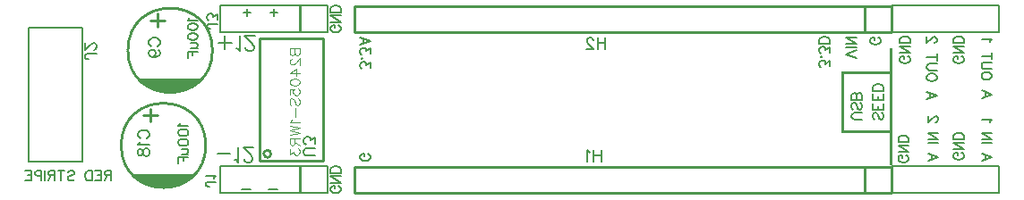
<source format=gbo>
G04 Layer: BottomSilkscreenLayer*
G04 EasyEDA v6.5.51, 2025-08-29 13:17:01*
G04 9dbd3623970045be9e5ad1379a4f5d38,14c8f2514d444a3a831de9b613ea4171,10*
G04 Gerber Generator version 0.2*
G04 Scale: 100 percent, Rotated: No, Reflected: No *
G04 Dimensions in millimeters *
G04 leading zeros omitted , absolute positions ,4 integer and 5 decimal *
%FSLAX45Y45*%
%MOMM*%

%ADD10C,0.2032*%
%ADD11C,0.2000*%
%ADD12C,0.1500*%
%ADD13C,0.1800*%
%ADD14C,0.1000*%
%ADD15C,0.1300*%
%ADD16C,0.1524*%
%ADD17C,0.2030*%
%ADD18C,0.2540*%
%ADD19C,0.0122*%

%LPD*%
D10*
X1257294Y-1613585D02*
G01*
X1257294Y-1709041D01*
X1257294Y-1613585D02*
G01*
X1216385Y-1613585D01*
X1202748Y-1618132D01*
X1198204Y-1622676D01*
X1193657Y-1631767D01*
X1193657Y-1640857D01*
X1198204Y-1649948D01*
X1202748Y-1654495D01*
X1216385Y-1659041D01*
X1257294Y-1659041D01*
X1225476Y-1659041D02*
G01*
X1193657Y-1709041D01*
X1163657Y-1613585D02*
G01*
X1163657Y-1709041D01*
X1163657Y-1613585D02*
G01*
X1104567Y-1613585D01*
X1163657Y-1659041D02*
G01*
X1127295Y-1659041D01*
X1163657Y-1709041D02*
G01*
X1104567Y-1709041D01*
X1074567Y-1613585D02*
G01*
X1074567Y-1709041D01*
X1074567Y-1613585D02*
G01*
X1042748Y-1613585D01*
X1029114Y-1618132D01*
X1020023Y-1627223D01*
X1015476Y-1636313D01*
X1010932Y-1649948D01*
X1010932Y-1672676D01*
X1015476Y-1686313D01*
X1020023Y-1695404D01*
X1029114Y-1704494D01*
X1042748Y-1709041D01*
X1074567Y-1709041D01*
X847295Y-1627223D02*
G01*
X856386Y-1618132D01*
X870023Y-1613585D01*
X888204Y-1613585D01*
X901842Y-1618132D01*
X910932Y-1627223D01*
X910932Y-1636313D01*
X906386Y-1645404D01*
X901842Y-1649948D01*
X892749Y-1654495D01*
X865477Y-1663585D01*
X856386Y-1668132D01*
X851842Y-1672676D01*
X847295Y-1681767D01*
X847295Y-1695404D01*
X856386Y-1704494D01*
X870023Y-1709041D01*
X888204Y-1709041D01*
X901842Y-1704494D01*
X910932Y-1695404D01*
X785477Y-1613585D02*
G01*
X785477Y-1709041D01*
X817295Y-1613585D02*
G01*
X753658Y-1613585D01*
X723658Y-1613585D02*
G01*
X723658Y-1709041D01*
X723658Y-1613585D02*
G01*
X682749Y-1613585D01*
X669114Y-1618132D01*
X664568Y-1622676D01*
X660024Y-1631767D01*
X660024Y-1640857D01*
X664568Y-1649948D01*
X669114Y-1654495D01*
X682749Y-1659041D01*
X723658Y-1659041D01*
X691842Y-1659041D02*
G01*
X660024Y-1709041D01*
X630024Y-1613585D02*
G01*
X630024Y-1709041D01*
X600024Y-1613585D02*
G01*
X600024Y-1709041D01*
X600024Y-1613585D02*
G01*
X559114Y-1613585D01*
X545477Y-1618132D01*
X540933Y-1622676D01*
X536387Y-1631767D01*
X536387Y-1645404D01*
X540933Y-1654495D01*
X545477Y-1659041D01*
X559114Y-1663585D01*
X600024Y-1663585D01*
X506387Y-1613585D02*
G01*
X506387Y-1709041D01*
X506387Y-1613585D02*
G01*
X447296Y-1613585D01*
X506387Y-1659041D02*
G01*
X470024Y-1659041D01*
X506387Y-1709041D02*
G01*
X447296Y-1709041D01*
X1999993Y-165105D02*
G01*
X1995421Y-174249D01*
X1981959Y-187711D01*
X2077463Y-187711D01*
X1981959Y-245115D02*
G01*
X1986531Y-231399D01*
X1999993Y-222255D01*
X2022853Y-217937D01*
X2036315Y-217937D01*
X2059175Y-222255D01*
X2072891Y-231399D01*
X2077463Y-245115D01*
X2077463Y-254259D01*
X2072891Y-267721D01*
X2059175Y-276865D01*
X2036315Y-281437D01*
X2022853Y-281437D01*
X1999993Y-276865D01*
X1986531Y-267721D01*
X1981959Y-254259D01*
X1981959Y-245115D01*
X1981959Y-338841D02*
G01*
X1986531Y-325125D01*
X1999993Y-315981D01*
X2022853Y-311409D01*
X2036315Y-311409D01*
X2059175Y-315981D01*
X2072891Y-325125D01*
X2077463Y-338841D01*
X2077463Y-347731D01*
X2072891Y-361447D01*
X2059175Y-370591D01*
X2036315Y-375163D01*
X2022853Y-375163D01*
X1999993Y-370591D01*
X1986531Y-361447D01*
X1981959Y-347731D01*
X1981959Y-338841D01*
X2013709Y-405135D02*
G01*
X2059175Y-405135D01*
X2072891Y-409707D01*
X2077463Y-418851D01*
X2077463Y-432313D01*
X2072891Y-441457D01*
X2059175Y-455173D01*
X2013709Y-455173D02*
G01*
X2077463Y-455173D01*
X1981959Y-485145D02*
G01*
X2077463Y-485145D01*
X1981959Y-485145D02*
G01*
X1981959Y-544073D01*
X2027425Y-485145D02*
G01*
X2027425Y-521467D01*
X1911093Y-1168402D02*
G01*
X1906521Y-1177546D01*
X1893059Y-1191008D01*
X1988563Y-1191008D01*
X1893059Y-1248412D02*
G01*
X1897631Y-1234696D01*
X1911093Y-1225552D01*
X1933953Y-1221234D01*
X1947415Y-1221234D01*
X1970275Y-1225552D01*
X1983991Y-1234696D01*
X1988563Y-1248412D01*
X1988563Y-1257556D01*
X1983991Y-1271018D01*
X1970275Y-1280162D01*
X1947415Y-1284734D01*
X1933953Y-1284734D01*
X1911093Y-1280162D01*
X1897631Y-1271018D01*
X1893059Y-1257556D01*
X1893059Y-1248412D01*
X1893059Y-1342138D02*
G01*
X1897631Y-1328422D01*
X1911093Y-1319278D01*
X1933953Y-1314706D01*
X1947415Y-1314706D01*
X1970275Y-1319278D01*
X1983991Y-1328422D01*
X1988563Y-1342138D01*
X1988563Y-1351028D01*
X1983991Y-1364744D01*
X1970275Y-1373888D01*
X1947415Y-1378460D01*
X1933953Y-1378460D01*
X1911093Y-1373888D01*
X1897631Y-1364744D01*
X1893059Y-1351028D01*
X1893059Y-1342138D01*
X1924809Y-1408432D02*
G01*
X1970275Y-1408432D01*
X1983991Y-1413004D01*
X1988563Y-1422148D01*
X1988563Y-1435610D01*
X1983991Y-1444754D01*
X1970275Y-1458470D01*
X1924809Y-1458470D02*
G01*
X1988563Y-1458470D01*
X1893059Y-1488442D02*
G01*
X1988563Y-1488442D01*
X1893059Y-1488442D02*
G01*
X1893059Y-1547370D01*
X1938525Y-1488442D02*
G01*
X1938525Y-1524764D01*
X8545570Y-1066774D02*
G01*
X8554460Y-1075664D01*
X8559032Y-1089380D01*
X8559032Y-1107668D01*
X8554460Y-1121130D01*
X8545570Y-1130274D01*
X8536426Y-1130274D01*
X8527282Y-1125702D01*
X8522710Y-1121130D01*
X8518138Y-1111986D01*
X8508994Y-1084808D01*
X8504676Y-1075664D01*
X8500104Y-1071092D01*
X8490960Y-1066774D01*
X8477244Y-1066774D01*
X8468100Y-1075664D01*
X8463528Y-1089380D01*
X8463528Y-1107668D01*
X8468100Y-1121130D01*
X8477244Y-1130274D01*
X8559032Y-1036548D02*
G01*
X8463528Y-1036548D01*
X8559032Y-1036548D02*
G01*
X8559032Y-977620D01*
X8513566Y-1036548D02*
G01*
X8513566Y-1000226D01*
X8463528Y-1036548D02*
G01*
X8463528Y-977620D01*
X8559032Y-947648D02*
G01*
X8463528Y-947648D01*
X8559032Y-947648D02*
G01*
X8559032Y-888466D01*
X8513566Y-947648D02*
G01*
X8513566Y-911326D01*
X8463528Y-947648D02*
G01*
X8463528Y-888466D01*
X8559032Y-858494D02*
G01*
X8463528Y-858494D01*
X8559032Y-858494D02*
G01*
X8559032Y-826744D01*
X8554460Y-813028D01*
X8545570Y-803884D01*
X8536426Y-799312D01*
X8522710Y-794740D01*
X8500104Y-794740D01*
X8486388Y-799312D01*
X8477244Y-803884D01*
X8468100Y-813028D01*
X8463528Y-826744D01*
X8463528Y-858494D01*
X8357610Y-1130274D02*
G01*
X8289284Y-1130274D01*
X8275568Y-1125702D01*
X8266678Y-1116558D01*
X8262106Y-1103096D01*
X8262106Y-1093952D01*
X8266678Y-1080236D01*
X8275568Y-1071092D01*
X8289284Y-1066774D01*
X8357610Y-1066774D01*
X8343894Y-973048D02*
G01*
X8353038Y-982192D01*
X8357610Y-995654D01*
X8357610Y-1013942D01*
X8353038Y-1027658D01*
X8343894Y-1036548D01*
X8334750Y-1036548D01*
X8325606Y-1032230D01*
X8321034Y-1027658D01*
X8316716Y-1018514D01*
X8307572Y-991082D01*
X8303000Y-982192D01*
X8298428Y-977620D01*
X8289284Y-973048D01*
X8275568Y-973048D01*
X8266678Y-982192D01*
X8262106Y-995654D01*
X8262106Y-1013942D01*
X8266678Y-1027658D01*
X8275568Y-1036548D01*
X8357610Y-943076D02*
G01*
X8262106Y-943076D01*
X8357610Y-943076D02*
G01*
X8357610Y-902182D01*
X8353038Y-888466D01*
X8348466Y-883894D01*
X8339322Y-879322D01*
X8330178Y-879322D01*
X8321034Y-883894D01*
X8316716Y-888466D01*
X8312144Y-902182D01*
X8312144Y-943076D02*
G01*
X8312144Y-902182D01*
X8307572Y-888466D01*
X8303000Y-883894D01*
X8293856Y-879322D01*
X8280140Y-879322D01*
X8271250Y-883894D01*
X8266678Y-888466D01*
X8262106Y-902182D01*
X8262106Y-943076D01*
X9298363Y-528718D02*
G01*
X9307454Y-533262D01*
X9316544Y-542353D01*
X9321091Y-551446D01*
X9321091Y-569628D01*
X9316544Y-578718D01*
X9307454Y-587809D01*
X9298363Y-592353D01*
X9284728Y-596900D01*
X9262000Y-596900D01*
X9248363Y-592353D01*
X9239272Y-587809D01*
X9230182Y-578718D01*
X9225635Y-569628D01*
X9225635Y-551446D01*
X9230182Y-542353D01*
X9239272Y-533262D01*
X9248363Y-528718D01*
X9262000Y-528718D01*
X9262000Y-551446D02*
G01*
X9262000Y-528718D01*
X9321091Y-498718D02*
G01*
X9225635Y-498718D01*
X9321091Y-498718D02*
G01*
X9225635Y-435081D01*
X9321091Y-435081D02*
G01*
X9225635Y-435081D01*
X9321091Y-405081D02*
G01*
X9225635Y-405081D01*
X9321091Y-405081D02*
G01*
X9321091Y-373263D01*
X9316544Y-359628D01*
X9307454Y-350537D01*
X9298363Y-345991D01*
X9284728Y-341447D01*
X9262000Y-341447D01*
X9248363Y-345991D01*
X9239272Y-350537D01*
X9230182Y-359628D01*
X9225635Y-373263D01*
X9225635Y-405081D01*
X9298363Y-1443116D02*
G01*
X9307454Y-1447660D01*
X9316544Y-1456750D01*
X9321091Y-1465844D01*
X9321091Y-1484025D01*
X9316544Y-1493116D01*
X9307454Y-1502206D01*
X9298363Y-1506750D01*
X9284728Y-1511297D01*
X9262000Y-1511297D01*
X9248363Y-1506750D01*
X9239272Y-1502206D01*
X9230182Y-1493116D01*
X9225635Y-1484025D01*
X9225635Y-1465844D01*
X9230182Y-1456750D01*
X9239272Y-1447660D01*
X9248363Y-1443116D01*
X9262000Y-1443116D01*
X9262000Y-1465844D02*
G01*
X9262000Y-1443116D01*
X9321091Y-1413116D02*
G01*
X9225635Y-1413116D01*
X9321091Y-1413116D02*
G01*
X9225635Y-1349479D01*
X9321091Y-1349479D02*
G01*
X9225635Y-1349479D01*
X9321091Y-1319479D02*
G01*
X9225635Y-1319479D01*
X9321091Y-1319479D02*
G01*
X9321091Y-1287660D01*
X9316544Y-1274025D01*
X9307454Y-1264935D01*
X9298363Y-1260388D01*
X9284728Y-1255844D01*
X9262000Y-1255844D01*
X9248363Y-1260388D01*
X9239272Y-1264935D01*
X9230182Y-1274025D01*
X9225635Y-1287660D01*
X9225635Y-1319479D01*
X9067083Y-903437D02*
G01*
X8971627Y-939800D01*
X9067083Y-903437D02*
G01*
X8971627Y-867072D01*
X9003446Y-926162D02*
G01*
X9003446Y-880709D01*
X9067083Y-739800D02*
G01*
X9062537Y-748891D01*
X9053446Y-757981D01*
X9044355Y-762528D01*
X9030721Y-767072D01*
X9007993Y-767072D01*
X8994355Y-762528D01*
X8985265Y-757981D01*
X8976174Y-748891D01*
X8971627Y-739800D01*
X8971627Y-721619D01*
X8976174Y-712528D01*
X8985265Y-703437D01*
X8994355Y-698891D01*
X9007993Y-694347D01*
X9030721Y-694347D01*
X9044355Y-698891D01*
X9053446Y-703437D01*
X9062537Y-712528D01*
X9067083Y-721619D01*
X9067083Y-739800D01*
X9067083Y-664347D02*
G01*
X8998902Y-664347D01*
X8985265Y-659800D01*
X8976174Y-650709D01*
X8971627Y-637072D01*
X8971627Y-627981D01*
X8976174Y-614347D01*
X8985265Y-605254D01*
X8998902Y-600710D01*
X9067083Y-600710D01*
X9067083Y-538891D02*
G01*
X8971627Y-538891D01*
X9067083Y-570710D02*
G01*
X9067083Y-507072D01*
X9044355Y-402529D02*
G01*
X9048902Y-402529D01*
X9057993Y-397982D01*
X9062537Y-393438D01*
X9067083Y-384347D01*
X9067083Y-366163D01*
X9062537Y-357073D01*
X9057993Y-352529D01*
X9048902Y-347982D01*
X9039811Y-347982D01*
X9030721Y-352529D01*
X9017083Y-361619D01*
X8971627Y-407073D01*
X8971627Y-343438D01*
X9587783Y-890737D02*
G01*
X9492327Y-927100D01*
X9587783Y-890737D02*
G01*
X9492327Y-854372D01*
X9524146Y-913462D02*
G01*
X9524146Y-868009D01*
X9587783Y-727100D02*
G01*
X9583237Y-736191D01*
X9574146Y-745281D01*
X9565055Y-749828D01*
X9551421Y-754372D01*
X9528693Y-754372D01*
X9515055Y-749828D01*
X9505965Y-745281D01*
X9496874Y-736191D01*
X9492327Y-727100D01*
X9492327Y-708919D01*
X9496874Y-699828D01*
X9505965Y-690737D01*
X9515055Y-686191D01*
X9528693Y-681647D01*
X9551421Y-681647D01*
X9565055Y-686191D01*
X9574146Y-690737D01*
X9583237Y-699828D01*
X9587783Y-708919D01*
X9587783Y-727100D01*
X9587783Y-651647D02*
G01*
X9519602Y-651647D01*
X9505965Y-647100D01*
X9496874Y-638009D01*
X9492327Y-624372D01*
X9492327Y-615281D01*
X9496874Y-601647D01*
X9505965Y-592554D01*
X9519602Y-588010D01*
X9587783Y-588010D01*
X9587783Y-526191D02*
G01*
X9492327Y-526191D01*
X9587783Y-558010D02*
G01*
X9587783Y-494372D01*
X9569602Y-394373D02*
G01*
X9574146Y-385282D01*
X9587783Y-371647D01*
X9492327Y-371647D01*
X9587783Y-1487637D02*
G01*
X9492327Y-1524000D01*
X9587783Y-1487637D02*
G01*
X9492327Y-1451272D01*
X9524146Y-1510362D02*
G01*
X9524146Y-1464909D01*
X9587783Y-1351272D02*
G01*
X9492327Y-1351272D01*
X9587783Y-1321272D02*
G01*
X9492327Y-1321272D01*
X9587783Y-1321272D02*
G01*
X9492327Y-1257637D01*
X9587783Y-1257637D02*
G01*
X9492327Y-1257637D01*
X9569602Y-1157638D02*
G01*
X9574146Y-1148547D01*
X9587783Y-1134910D01*
X9492327Y-1134910D01*
X9079783Y-1487637D02*
G01*
X8984327Y-1524000D01*
X9079783Y-1487637D02*
G01*
X8984327Y-1451272D01*
X9016146Y-1510362D02*
G01*
X9016146Y-1464909D01*
X9079783Y-1351272D02*
G01*
X8984327Y-1351272D01*
X9079783Y-1321272D02*
G01*
X8984327Y-1321272D01*
X9079783Y-1321272D02*
G01*
X8984327Y-1257637D01*
X9079783Y-1257637D02*
G01*
X8984327Y-1257637D01*
X9057055Y-1153091D02*
G01*
X9061602Y-1153091D01*
X9070693Y-1148547D01*
X9075237Y-1144000D01*
X9079783Y-1134910D01*
X9079783Y-1116728D01*
X9075237Y-1107638D01*
X9070693Y-1103091D01*
X9061602Y-1098547D01*
X9052511Y-1098547D01*
X9043421Y-1103091D01*
X9029783Y-1112182D01*
X8984327Y-1157638D01*
X8984327Y-1094000D01*
D11*
X2260594Y-1453842D02*
G01*
X2383322Y-1453842D01*
X2428321Y-1508389D02*
G01*
X2441958Y-1515206D01*
X2462413Y-1535661D01*
X2462413Y-1392478D01*
X2514231Y-1501569D02*
G01*
X2514231Y-1508389D01*
X2521049Y-1522023D01*
X2527866Y-1528843D01*
X2541503Y-1535661D01*
X2568775Y-1535661D01*
X2582412Y-1528843D01*
X2589230Y-1522023D01*
X2596047Y-1508389D01*
X2596047Y-1494751D01*
X2589230Y-1481114D01*
X2575595Y-1460660D01*
X2507411Y-1392478D01*
X2602867Y-1392478D01*
X2334658Y-461109D02*
G01*
X2334658Y-338381D01*
X2273294Y-399745D02*
G01*
X2396022Y-399745D01*
X2441021Y-454291D02*
G01*
X2454658Y-461109D01*
X2475113Y-481563D01*
X2475113Y-338381D01*
X2526931Y-447471D02*
G01*
X2526931Y-454291D01*
X2533749Y-467926D01*
X2540566Y-474746D01*
X2554203Y-481563D01*
X2581475Y-481563D01*
X2595112Y-474746D01*
X2601930Y-467926D01*
X2608747Y-454291D01*
X2608747Y-440654D01*
X2601930Y-427017D01*
X2588295Y-406562D01*
X2520111Y-338381D01*
X2615567Y-338381D01*
D12*
X3405573Y-1760616D02*
G01*
X3414664Y-1765160D01*
X3423754Y-1774250D01*
X3428301Y-1783344D01*
X3428301Y-1801525D01*
X3423754Y-1810616D01*
X3414664Y-1819706D01*
X3405573Y-1824250D01*
X3391938Y-1828797D01*
X3369210Y-1828797D01*
X3355573Y-1824250D01*
X3346483Y-1819706D01*
X3337392Y-1810616D01*
X3332845Y-1801525D01*
X3332845Y-1783344D01*
X3337392Y-1774250D01*
X3346483Y-1765160D01*
X3355573Y-1760616D01*
X3369210Y-1760616D01*
X3369210Y-1783344D02*
G01*
X3369210Y-1760616D01*
X3428301Y-1730616D02*
G01*
X3332845Y-1730616D01*
X3428301Y-1730616D02*
G01*
X3332845Y-1666979D01*
X3428301Y-1666979D02*
G01*
X3332845Y-1666979D01*
X3428301Y-1636979D02*
G01*
X3332845Y-1636979D01*
X3428301Y-1636979D02*
G01*
X3428301Y-1605160D01*
X3423754Y-1591525D01*
X3414664Y-1582435D01*
X3405573Y-1577888D01*
X3391938Y-1573344D01*
X3369210Y-1573344D01*
X3355573Y-1577888D01*
X3346483Y-1582435D01*
X3337392Y-1591525D01*
X3332845Y-1605160D01*
X3332845Y-1636979D01*
X3405573Y-236618D02*
G01*
X3414664Y-241162D01*
X3423754Y-250253D01*
X3428301Y-259346D01*
X3428301Y-277528D01*
X3423754Y-286618D01*
X3414664Y-295709D01*
X3405573Y-300253D01*
X3391938Y-304800D01*
X3369210Y-304800D01*
X3355573Y-300253D01*
X3346483Y-295709D01*
X3337392Y-286618D01*
X3332845Y-277528D01*
X3332845Y-259346D01*
X3337392Y-250253D01*
X3346483Y-241162D01*
X3355573Y-236618D01*
X3369210Y-236618D01*
X3369210Y-259346D02*
G01*
X3369210Y-236618D01*
X3428301Y-206618D02*
G01*
X3332845Y-206618D01*
X3428301Y-206618D02*
G01*
X3332845Y-142981D01*
X3428301Y-142981D02*
G01*
X3332845Y-142981D01*
X3428301Y-112981D02*
G01*
X3332845Y-112981D01*
X3428301Y-112981D02*
G01*
X3428301Y-81163D01*
X3423754Y-67528D01*
X3414664Y-58437D01*
X3405573Y-53891D01*
X3391938Y-49347D01*
X3369210Y-49347D01*
X3355573Y-53891D01*
X3346483Y-58437D01*
X3337392Y-67528D01*
X3332845Y-81163D01*
X3332845Y-112981D01*
D10*
X8777671Y-1468513D02*
G01*
X8786761Y-1473057D01*
X8795852Y-1482148D01*
X8800398Y-1491241D01*
X8800398Y-1509422D01*
X8795852Y-1518513D01*
X8786761Y-1527604D01*
X8777671Y-1532148D01*
X8764036Y-1536694D01*
X8741308Y-1536694D01*
X8727671Y-1532148D01*
X8718580Y-1527604D01*
X8709489Y-1518513D01*
X8704943Y-1509422D01*
X8704943Y-1491241D01*
X8709489Y-1482148D01*
X8718580Y-1473057D01*
X8727671Y-1468513D01*
X8741308Y-1468513D01*
X8741308Y-1491241D02*
G01*
X8741308Y-1468513D01*
X8800398Y-1438513D02*
G01*
X8704943Y-1438513D01*
X8800398Y-1438513D02*
G01*
X8704943Y-1374876D01*
X8800398Y-1374876D02*
G01*
X8704943Y-1374876D01*
X8800398Y-1344876D02*
G01*
X8704943Y-1344876D01*
X8800398Y-1344876D02*
G01*
X8800398Y-1313058D01*
X8795852Y-1299423D01*
X8786761Y-1290332D01*
X8777671Y-1285786D01*
X8764036Y-1281242D01*
X8741308Y-1281242D01*
X8727671Y-1285786D01*
X8718580Y-1290332D01*
X8709489Y-1299423D01*
X8704943Y-1313058D01*
X8704943Y-1344876D01*
X8790371Y-528716D02*
G01*
X8799461Y-533260D01*
X8808552Y-542350D01*
X8813098Y-551444D01*
X8813098Y-569625D01*
X8808552Y-578716D01*
X8799461Y-587806D01*
X8790371Y-592350D01*
X8776736Y-596897D01*
X8754008Y-596897D01*
X8740371Y-592350D01*
X8731280Y-587806D01*
X8722189Y-578716D01*
X8717643Y-569625D01*
X8717643Y-551444D01*
X8722189Y-542350D01*
X8731280Y-533260D01*
X8740371Y-528716D01*
X8754008Y-528716D01*
X8754008Y-551444D02*
G01*
X8754008Y-528716D01*
X8813098Y-498716D02*
G01*
X8717643Y-498716D01*
X8813098Y-498716D02*
G01*
X8717643Y-435079D01*
X8813098Y-435079D02*
G01*
X8717643Y-435079D01*
X8813098Y-405079D02*
G01*
X8717643Y-405079D01*
X8813098Y-405079D02*
G01*
X8813098Y-373260D01*
X8808552Y-359625D01*
X8799461Y-350535D01*
X8790371Y-345988D01*
X8776736Y-341444D01*
X8754008Y-341444D01*
X8740371Y-345988D01*
X8731280Y-350535D01*
X8722189Y-359625D01*
X8717643Y-373260D01*
X8717643Y-405079D01*
D13*
X2834439Y-115582D02*
G01*
X2760804Y-115582D01*
X2797622Y-152400D02*
G01*
X2797622Y-78762D01*
D10*
X2578092Y-1795139D02*
G01*
X2496273Y-1795139D01*
X2832092Y-1795139D02*
G01*
X2750273Y-1795139D01*
D13*
X2580439Y-115582D02*
G01*
X2506804Y-115582D01*
X2543622Y-152400D02*
G01*
X2543622Y-78762D01*
D14*
X2947154Y-457207D02*
G01*
X3042658Y-457207D01*
X2947154Y-457207D02*
G01*
X2947154Y-498101D01*
X2951726Y-511817D01*
X2956298Y-516389D01*
X2965188Y-520961D01*
X2974332Y-520961D01*
X2983476Y-516389D01*
X2988048Y-511817D01*
X2992620Y-498101D01*
X2992620Y-457207D02*
G01*
X2992620Y-498101D01*
X2997192Y-511817D01*
X3001510Y-516389D01*
X3010654Y-520961D01*
X3024370Y-520961D01*
X3033514Y-516389D01*
X3038086Y-511817D01*
X3042658Y-498101D01*
X3042658Y-457207D01*
X2969760Y-555505D02*
G01*
X2965188Y-555505D01*
X2956298Y-559823D01*
X2951726Y-564395D01*
X2947154Y-573539D01*
X2947154Y-591827D01*
X2951726Y-600717D01*
X2956298Y-605289D01*
X2965188Y-609861D01*
X2974332Y-609861D01*
X2983476Y-605289D01*
X2997192Y-596399D01*
X3042658Y-550933D01*
X3042658Y-614433D01*
X2947154Y-689871D02*
G01*
X3010654Y-644405D01*
X3010654Y-712731D01*
X2947154Y-689871D02*
G01*
X3042658Y-689871D01*
X2947154Y-769881D02*
G01*
X2951726Y-756165D01*
X2965188Y-747275D01*
X2988048Y-742703D01*
X3001510Y-742703D01*
X3024370Y-747275D01*
X3038086Y-756165D01*
X3042658Y-769881D01*
X3042658Y-779025D01*
X3038086Y-792741D01*
X3024370Y-801631D01*
X3001510Y-806203D01*
X2988048Y-806203D01*
X2965188Y-801631D01*
X2951726Y-792741D01*
X2947154Y-779025D01*
X2947154Y-769881D01*
X2947154Y-890785D02*
G01*
X2947154Y-845319D01*
X2988048Y-840747D01*
X2983476Y-845319D01*
X2978904Y-859035D01*
X2978904Y-872751D01*
X2983476Y-886213D01*
X2992620Y-895357D01*
X3006082Y-899929D01*
X3015226Y-899929D01*
X3028942Y-895357D01*
X3038086Y-886213D01*
X3042658Y-872751D01*
X3042658Y-859035D01*
X3038086Y-845319D01*
X3033514Y-840747D01*
X3024370Y-836175D01*
X2960616Y-993655D02*
G01*
X2951726Y-984511D01*
X2947154Y-970795D01*
X2947154Y-952761D01*
X2951726Y-939045D01*
X2960616Y-929901D01*
X2969760Y-929901D01*
X2978904Y-934473D01*
X2983476Y-939045D01*
X2988048Y-948189D01*
X2997192Y-975367D01*
X3001510Y-984511D01*
X3006082Y-989083D01*
X3015226Y-993655D01*
X3028942Y-993655D01*
X3038086Y-984511D01*
X3042658Y-970795D01*
X3042658Y-952761D01*
X3038086Y-939045D01*
X3028942Y-929901D01*
X3001510Y-1023627D02*
G01*
X3001510Y-1105415D01*
X2965188Y-1135387D02*
G01*
X2960616Y-1144531D01*
X2947154Y-1157993D01*
X3042658Y-1157993D01*
X2947154Y-1188219D02*
G01*
X3042658Y-1210825D01*
X2947154Y-1233685D02*
G01*
X3042658Y-1210825D01*
X2947154Y-1233685D02*
G01*
X3042658Y-1256291D01*
X2947154Y-1278897D02*
G01*
X3042658Y-1256291D01*
X2947154Y-1309123D02*
G01*
X3042658Y-1309123D01*
X2947154Y-1309123D02*
G01*
X2947154Y-1350017D01*
X2951726Y-1363479D01*
X2956298Y-1368051D01*
X2965188Y-1372623D01*
X2974332Y-1372623D01*
X2983476Y-1368051D01*
X2988048Y-1363479D01*
X2992620Y-1350017D01*
X2992620Y-1309123D01*
X2992620Y-1340873D02*
G01*
X3042658Y-1372623D01*
X2947154Y-1411739D02*
G01*
X2947154Y-1461777D01*
X2983476Y-1434345D01*
X2983476Y-1448061D01*
X2988048Y-1457205D01*
X2992620Y-1461777D01*
X3006082Y-1466349D01*
X3015226Y-1466349D01*
X3028942Y-1461777D01*
X3038086Y-1452633D01*
X3042658Y-1438917D01*
X3042658Y-1425455D01*
X3038086Y-1411739D01*
X3033514Y-1407167D01*
X3024370Y-1402595D01*
D15*
X8305093Y-546100D02*
G01*
X8209638Y-509737D01*
X8305093Y-473372D02*
G01*
X8209638Y-509737D01*
X8305093Y-443372D02*
G01*
X8209638Y-443372D01*
X8305093Y-413372D02*
G01*
X8209638Y-413372D01*
X8305093Y-413372D02*
G01*
X8209638Y-349737D01*
X8305093Y-349737D02*
G01*
X8209638Y-349737D01*
X8051093Y-625909D02*
G01*
X8051093Y-575909D01*
X8014731Y-603181D01*
X8014731Y-589546D01*
X8010184Y-580453D01*
X8005638Y-575909D01*
X7992003Y-571362D01*
X7982912Y-571362D01*
X7969275Y-575909D01*
X7960184Y-585000D01*
X7955638Y-598637D01*
X7955638Y-612272D01*
X7960184Y-625909D01*
X7964731Y-630453D01*
X7973822Y-635000D01*
X7978366Y-536818D02*
G01*
X7973822Y-541362D01*
X7969275Y-536818D01*
X7973822Y-532272D01*
X7978366Y-536818D01*
X8051093Y-493181D02*
G01*
X8051093Y-443181D01*
X8014731Y-470453D01*
X8014731Y-456819D01*
X8010184Y-447728D01*
X8005638Y-443181D01*
X7992003Y-438637D01*
X7982912Y-438637D01*
X7969275Y-443181D01*
X7960184Y-452272D01*
X7955638Y-465909D01*
X7955638Y-479546D01*
X7960184Y-493181D01*
X7964731Y-497728D01*
X7973822Y-502272D01*
X8051093Y-408637D02*
G01*
X7955638Y-408637D01*
X8051093Y-408637D02*
G01*
X8051093Y-376819D01*
X8046547Y-363181D01*
X8037456Y-354091D01*
X8028365Y-349547D01*
X8014731Y-345000D01*
X7992003Y-345000D01*
X7978366Y-349547D01*
X7969275Y-354091D01*
X7960184Y-363181D01*
X7955638Y-376819D01*
X7955638Y-408637D01*
X3707701Y-638606D02*
G01*
X3707701Y-588606D01*
X3671338Y-615878D01*
X3671338Y-602244D01*
X3666792Y-593150D01*
X3662245Y-588606D01*
X3648610Y-584060D01*
X3639520Y-584060D01*
X3625883Y-588606D01*
X3616792Y-597697D01*
X3612245Y-611334D01*
X3612245Y-624969D01*
X3616792Y-638606D01*
X3621338Y-643150D01*
X3630429Y-647697D01*
X3634973Y-549516D02*
G01*
X3630429Y-554060D01*
X3625883Y-549516D01*
X3630429Y-544969D01*
X3634973Y-549516D01*
X3707701Y-505879D02*
G01*
X3707701Y-455879D01*
X3671338Y-483151D01*
X3671338Y-469516D01*
X3666792Y-460425D01*
X3662245Y-455879D01*
X3648610Y-451335D01*
X3639520Y-451335D01*
X3625883Y-455879D01*
X3616792Y-464969D01*
X3612245Y-478607D01*
X3612245Y-492244D01*
X3616792Y-505879D01*
X3621338Y-510425D01*
X3630429Y-514969D01*
X3707701Y-384970D02*
G01*
X3612245Y-421335D01*
X3707701Y-384970D02*
G01*
X3612245Y-348607D01*
X3644064Y-407697D02*
G01*
X3644064Y-362244D01*
X8510963Y-350918D02*
G01*
X8520054Y-355462D01*
X8529144Y-364553D01*
X8533691Y-373646D01*
X8533691Y-391828D01*
X8529144Y-400918D01*
X8520054Y-410009D01*
X8510963Y-414553D01*
X8497328Y-419100D01*
X8474600Y-419100D01*
X8460963Y-414553D01*
X8451872Y-410009D01*
X8442782Y-400918D01*
X8438235Y-391828D01*
X8438235Y-373646D01*
X8442782Y-364553D01*
X8451872Y-355462D01*
X8460963Y-350918D01*
X8474600Y-350918D01*
X8474600Y-373646D02*
G01*
X8474600Y-350918D01*
X3684973Y-1455816D02*
G01*
X3694064Y-1460360D01*
X3703154Y-1469450D01*
X3707701Y-1478544D01*
X3707701Y-1496725D01*
X3703154Y-1505816D01*
X3694064Y-1514906D01*
X3684973Y-1519450D01*
X3671338Y-1523997D01*
X3648610Y-1523997D01*
X3634973Y-1519450D01*
X3625883Y-1514906D01*
X3616792Y-1505816D01*
X3612245Y-1496725D01*
X3612245Y-1478544D01*
X3616792Y-1469450D01*
X3625883Y-1460360D01*
X3634973Y-1455816D01*
X3648610Y-1455816D01*
X3648610Y-1478544D02*
G01*
X3648610Y-1455816D01*
D16*
X2247204Y-1719844D02*
G01*
X2174476Y-1719844D01*
X2160841Y-1724388D01*
X2156294Y-1728934D01*
X2151748Y-1738025D01*
X2151748Y-1747116D01*
X2156294Y-1756206D01*
X2160841Y-1760750D01*
X2174476Y-1765297D01*
X2183566Y-1765297D01*
X2229022Y-1689844D02*
G01*
X2233566Y-1680751D01*
X2247204Y-1667116D01*
X2151748Y-1667116D01*
X2259904Y-221246D02*
G01*
X2187176Y-221246D01*
X2173541Y-225790D01*
X2168994Y-230337D01*
X2164448Y-239428D01*
X2164448Y-248518D01*
X2168994Y-257609D01*
X2173541Y-262153D01*
X2187176Y-266700D01*
X2196266Y-266700D01*
X2259904Y-182153D02*
G01*
X2259904Y-132153D01*
X2223541Y-159428D01*
X2223541Y-145790D01*
X2218994Y-136700D01*
X2214448Y-132153D01*
X2200813Y-127609D01*
X2191722Y-127609D01*
X2178085Y-132153D01*
X2168994Y-141246D01*
X2164448Y-154881D01*
X2164448Y-168518D01*
X2168994Y-182153D01*
X2173541Y-186700D01*
X2182632Y-191246D01*
X1637789Y-433578D02*
G01*
X1627375Y-428244D01*
X1616961Y-417829D01*
X1611881Y-407670D01*
X1611881Y-386842D01*
X1616961Y-376428D01*
X1627375Y-366013D01*
X1637789Y-360679D01*
X1653537Y-355600D01*
X1679445Y-355600D01*
X1694939Y-360679D01*
X1705353Y-366013D01*
X1715767Y-376428D01*
X1720847Y-386842D01*
X1720847Y-407670D01*
X1715767Y-417829D01*
X1705353Y-428244D01*
X1694939Y-433578D01*
X1648203Y-535431D02*
G01*
X1663697Y-530097D01*
X1674111Y-519684D01*
X1679445Y-504189D01*
X1679445Y-499110D01*
X1674111Y-483362D01*
X1663697Y-472947D01*
X1648203Y-467868D01*
X1643123Y-467868D01*
X1627375Y-472947D01*
X1616961Y-483362D01*
X1611881Y-499110D01*
X1611881Y-504189D01*
X1616961Y-519684D01*
X1627375Y-530097D01*
X1648203Y-535431D01*
X1674111Y-535431D01*
X1700273Y-530097D01*
X1715767Y-519684D01*
X1720847Y-504189D01*
X1720847Y-493776D01*
X1715767Y-478281D01*
X1705353Y-472947D01*
X1536189Y-1309875D02*
G01*
X1525775Y-1304541D01*
X1515361Y-1294127D01*
X1510281Y-1283967D01*
X1510281Y-1263139D01*
X1515361Y-1252725D01*
X1525775Y-1242311D01*
X1536189Y-1236977D01*
X1551937Y-1231897D01*
X1577845Y-1231897D01*
X1593339Y-1236977D01*
X1603753Y-1242311D01*
X1614167Y-1252725D01*
X1619247Y-1263139D01*
X1619247Y-1283967D01*
X1614167Y-1294127D01*
X1603753Y-1304541D01*
X1593339Y-1309875D01*
X1531109Y-1344165D02*
G01*
X1525775Y-1354579D01*
X1510281Y-1370073D01*
X1619247Y-1370073D01*
X1510281Y-1430271D02*
G01*
X1515361Y-1414777D01*
X1525775Y-1409697D01*
X1536189Y-1409697D01*
X1546603Y-1414777D01*
X1551937Y-1425191D01*
X1557017Y-1446019D01*
X1562097Y-1461513D01*
X1572511Y-1471927D01*
X1582925Y-1477007D01*
X1598673Y-1477007D01*
X1609087Y-1471927D01*
X1614167Y-1466847D01*
X1619247Y-1451099D01*
X1619247Y-1430271D01*
X1614167Y-1414777D01*
X1609087Y-1409697D01*
X1598673Y-1404363D01*
X1582925Y-1404363D01*
X1572511Y-1409697D01*
X1562097Y-1419857D01*
X1557017Y-1435605D01*
X1551937Y-1456433D01*
X1546603Y-1466847D01*
X1536189Y-1471927D01*
X1525775Y-1471927D01*
X1515361Y-1466847D01*
X1510281Y-1451099D01*
X1510281Y-1430271D01*
X5892764Y-1421378D02*
G01*
X5892764Y-1530344D01*
X5820120Y-1421378D02*
G01*
X5820120Y-1530344D01*
X5892764Y-1473194D02*
G01*
X5820120Y-1473194D01*
X5785830Y-1442206D02*
G01*
X5775416Y-1436872D01*
X5759668Y-1421378D01*
X5759668Y-1530344D01*
X3188710Y-1473197D02*
G01*
X3110732Y-1473197D01*
X3095238Y-1468117D01*
X3084824Y-1457703D01*
X3079744Y-1441955D01*
X3079744Y-1431541D01*
X3084824Y-1416047D01*
X3095238Y-1405633D01*
X3110732Y-1400553D01*
X3188710Y-1400553D01*
X3188710Y-1355849D02*
G01*
X3188710Y-1298699D01*
X3147054Y-1329687D01*
X3147054Y-1314193D01*
X3141974Y-1303779D01*
X3136894Y-1298699D01*
X3121146Y-1293365D01*
X3110732Y-1293365D01*
X3095238Y-1298699D01*
X3084824Y-1309113D01*
X3079744Y-1324607D01*
X3079744Y-1340101D01*
X3084824Y-1355849D01*
X3089904Y-1360929D01*
X3100318Y-1366263D01*
X1118613Y-506729D02*
G01*
X1035555Y-506729D01*
X1019807Y-512063D01*
X1014727Y-517144D01*
X1009647Y-527557D01*
X1009647Y-537971D01*
X1014727Y-548386D01*
X1019807Y-553720D01*
X1035555Y-558800D01*
X1045969Y-558800D01*
X1092705Y-467360D02*
G01*
X1097785Y-467360D01*
X1108199Y-462279D01*
X1113533Y-456945D01*
X1118613Y-446531D01*
X1118613Y-425704D01*
X1113533Y-415289D01*
X1108199Y-410210D01*
X1097785Y-405129D01*
X1087371Y-405129D01*
X1076957Y-410210D01*
X1061463Y-420623D01*
X1009647Y-472439D01*
X1009647Y-399795D01*
X5930897Y-354586D02*
G01*
X5930897Y-463552D01*
X5858253Y-354586D02*
G01*
X5858253Y-463552D01*
X5930897Y-406402D02*
G01*
X5858253Y-406402D01*
X5818629Y-380494D02*
G01*
X5818629Y-375414D01*
X5813549Y-365000D01*
X5808215Y-359666D01*
X5797801Y-354586D01*
X5777227Y-354586D01*
X5766813Y-359666D01*
X5761479Y-365000D01*
X5756399Y-375414D01*
X5756399Y-385828D01*
X5761479Y-396242D01*
X5771893Y-411736D01*
X5823963Y-463552D01*
X5751065Y-463552D01*
G36*
X1516075Y-744880D02*
G01*
X1530096Y-757631D01*
X1544574Y-769772D01*
X1559610Y-781253D01*
X1575155Y-792073D01*
X1591106Y-802182D01*
X1607515Y-811631D01*
X1624279Y-820318D01*
X1632813Y-824433D01*
X1650136Y-832002D01*
X1667814Y-838860D01*
X1685696Y-844905D01*
X1703882Y-850188D01*
X1722272Y-854659D01*
X1740814Y-858316D01*
X1759508Y-861212D01*
X1778304Y-863244D01*
X1797202Y-864514D01*
X1816100Y-864920D01*
X1834997Y-864514D01*
X1853895Y-863244D01*
X1872691Y-861212D01*
X1891385Y-858316D01*
X1909927Y-854659D01*
X1928317Y-850188D01*
X1946452Y-844905D01*
X1964385Y-838860D01*
X1982012Y-832002D01*
X1999335Y-824433D01*
X2016353Y-816051D01*
X2032914Y-807008D01*
X2049119Y-797204D01*
X2064867Y-786739D01*
X2080158Y-775614D01*
X2094941Y-763778D01*
X2109165Y-751332D01*
X2116074Y-744880D01*
G37*
G36*
X1452575Y-1646580D02*
G01*
X1466596Y-1659331D01*
X1481074Y-1671472D01*
X1496110Y-1682953D01*
X1511655Y-1693773D01*
X1527606Y-1703882D01*
X1544015Y-1713331D01*
X1560779Y-1722018D01*
X1569313Y-1726133D01*
X1586636Y-1733702D01*
X1604314Y-1740560D01*
X1622196Y-1746605D01*
X1640382Y-1751888D01*
X1658772Y-1756359D01*
X1677314Y-1760016D01*
X1696008Y-1762912D01*
X1714804Y-1764944D01*
X1733702Y-1766163D01*
X1752600Y-1766620D01*
X1771497Y-1766163D01*
X1790395Y-1764944D01*
X1809191Y-1762912D01*
X1827885Y-1760016D01*
X1846427Y-1756359D01*
X1864817Y-1751888D01*
X1882952Y-1746605D01*
X1900885Y-1740560D01*
X1918512Y-1733702D01*
X1935835Y-1726133D01*
X1952853Y-1717751D01*
X1969414Y-1708708D01*
X1985619Y-1698904D01*
X2001367Y-1688439D01*
X2016658Y-1677314D01*
X2031441Y-1665478D01*
X2045665Y-1653032D01*
X2052574Y-1646580D01*
G37*
D10*
X2285994Y-1574797D02*
G01*
X2285994Y-1828797D01*
X3301994Y-1828797D01*
X3301994Y-1574797D01*
X3111494Y-1574797D01*
D17*
X2285994Y-1574797D02*
G01*
X3111494Y-1574797D01*
D10*
X2285994Y-50800D02*
G01*
X2285994Y-304800D01*
X3301994Y-304800D01*
X3301994Y-50800D01*
X3111494Y-50800D01*
D17*
X2285994Y-50800D02*
G01*
X3111494Y-50800D01*
D18*
X1696097Y-249900D02*
G01*
X1696097Y-125440D01*
X1763407Y-187670D02*
G01*
X1628787Y-187670D01*
X1632597Y-1151597D02*
G01*
X1632597Y-1027137D01*
X1699907Y-1089367D02*
G01*
X1565287Y-1089367D01*
X8381982Y-1576798D02*
G01*
X8381982Y-1826798D01*
X8635982Y-1826798D02*
G01*
X3555992Y-1826798D01*
X8635982Y-1576798D02*
G01*
X8635982Y-1826798D01*
X3555992Y-1576798D02*
G01*
X8635982Y-1576798D01*
X3555992Y-1826798D02*
G01*
X3555992Y-1576798D01*
D10*
X8635982Y-50800D02*
G01*
X8635982Y-304800D01*
X9651982Y-304800D01*
X9651982Y-50800D01*
X9461482Y-50800D01*
D17*
X8635982Y-50800D02*
G01*
X9461482Y-50800D01*
D10*
X8635982Y-1574797D02*
G01*
X8635982Y-1828797D01*
X9651982Y-1828797D01*
X9651982Y-1574797D01*
X9461482Y-1574797D01*
D17*
X8635982Y-1574797D02*
G01*
X9461482Y-1574797D01*
D18*
X2665940Y-1520797D02*
G01*
X2665940Y-359788D01*
X3265891Y-359788D02*
G01*
X2665892Y-359788D01*
X3265891Y-1520797D02*
G01*
X2665940Y-1520797D01*
X3265891Y-1520797D02*
G01*
X3265891Y-361035D01*
D10*
X989497Y-1532392D02*
G01*
X989497Y-262392D01*
X481497Y-262392D01*
X481497Y-1532392D01*
X989497Y-1532392D01*
D18*
X8381982Y-52801D02*
G01*
X8381982Y-302801D01*
X8635982Y-302801D02*
G01*
X3555992Y-302801D01*
X8635982Y-52801D02*
G01*
X8635982Y-302801D01*
X3555992Y-52801D02*
G01*
X8635982Y-52801D01*
X3555992Y-302801D02*
G01*
X3555992Y-52801D01*
G75*
G01*
X1416047Y-470154D02*
G02*
X1416047Y-477266I399985J-3556D01*
G75*
G01*
X1352547Y-1371851D02*
G02*
X1352547Y-1378963I399985J-3556D01*
G75*
G01
X2769083Y-1455318D02*
G03X2769083Y-1455318I-34163J0D01*
G36*
X3035300Y-1574800D02*
G01*
X3060700Y-1574800D01*
X3060700Y-1835150D01*
X3035300Y-1835150D01*
G37*
G36*
X3037560Y-50800D02*
G01*
X3062960Y-50800D01*
X3062960Y-311150D01*
X3037560Y-311150D01*
G37*
G36*
X8166074Y-673100D02*
G01*
X8191474Y-673100D01*
X8191474Y-1257300D01*
X8166074Y-1257300D01*
G37*
G36*
X8166074Y-673100D02*
G01*
X8648674Y-673100D01*
X8648674Y-698500D01*
X8166074Y-698500D01*
G37*
G36*
X8166074Y-1231900D02*
G01*
X8648674Y-1231900D01*
X8648674Y-1257300D01*
X8166074Y-1257300D01*
G37*
G36*
X8623274Y-457200D02*
G01*
X8648674Y-457200D01*
X8648674Y-1562100D01*
X8623274Y-1562100D01*
G37*
M02*

</source>
